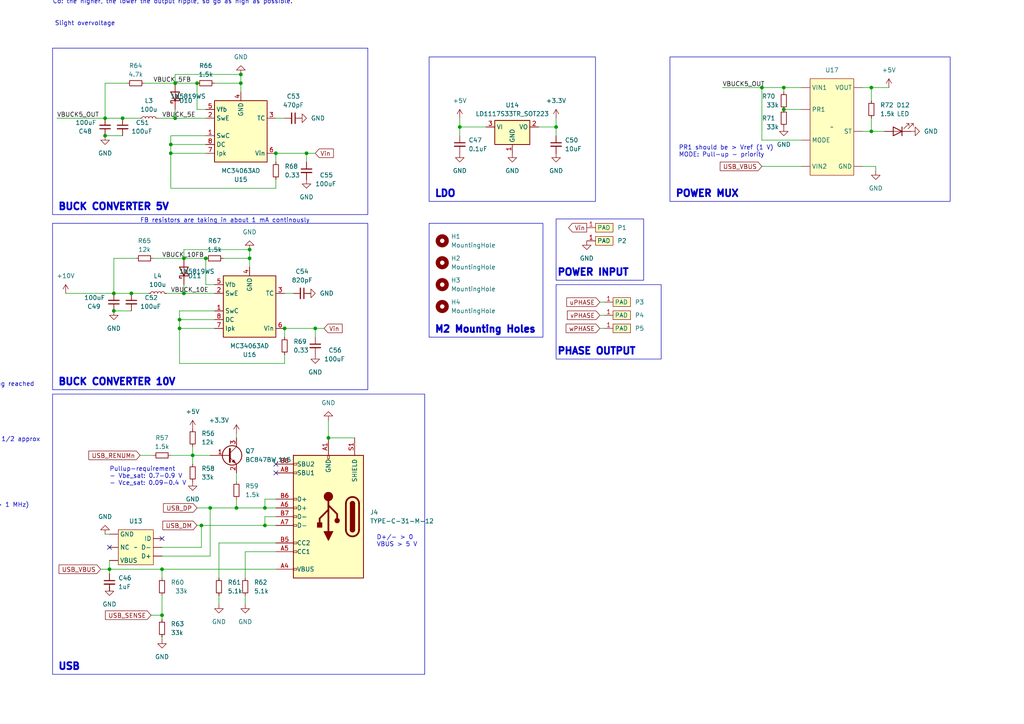
<source format=kicad_sch>
(kicad_sch (version 20230121) (generator eeschema)
  (paper "A4")
  (lib_symbols
    (symbol "Connector:USB_C_Receptacle_USB2.0_16P" (pin_names (offset 1.016))
      (property "Reference" "J" (at 0 22.225 0))
      (property "Value" "USB_C_Receptacle_USB2.0_16P" (at 0 19.685 0))
      (symbol "USB_C_Receptacle_USB2.0_16P_0_0"
        (rectangle (start -0.254 -17.78) (end 0.254 -16.764))
        (rectangle (start 10.16 -14.986) (end 9.144 -15.494))
        (rectangle (start 10.16 -12.446) (end 9.144 -12.954))
        (rectangle (start 10.16 -4.826) (end 9.144 -5.334))
        (rectangle (start 10.16 -2.286) (end 9.144 -2.794))
        (rectangle (start 10.16 0.254) (end 9.144 -0.254))
        (rectangle (start 10.16 2.794) (end 9.144 2.286))
        (rectangle (start 10.16 7.874) (end 9.144 7.366))
        (rectangle (start 10.16 10.414) (end 9.144 9.906))
        (rectangle (start 10.16 15.494) (end 9.144 14.986))
      )
      (symbol "USB_C_Receptacle_USB2.0_16P_0_1"
        (rectangle (start -10.16 17.78) (end 10.16 -17.78) (stroke (width 0.254)) (fill (type background)))
        (arc (start -8.89 -3.81) (mid -6.985 -5.7067) (end -5.08 -3.81) (stroke (width 0.508)))
        (arc (start -7.62 -3.81) (mid -6.985 -4.4423) (end -6.35 -3.81) (stroke (width 0.254)))
        (arc (start -7.62 -3.81) (mid -6.985 -4.4423) (end -6.35 -3.81) (stroke (width 0.254)) (fill (type outline)))
        (rectangle (start -7.62 -3.81) (end -6.35 3.81) (stroke (width 0.254)) (fill (type outline)))
        (arc (start -6.35 3.81) (mid -6.985 4.4423) (end -7.62 3.81) (stroke (width 0.254)))
        (arc (start -6.35 3.81) (mid -6.985 4.4423) (end -7.62 3.81) (stroke (width 0.254)) (fill (type outline)))
        (arc (start -5.08 3.81) (mid -6.985 5.7067) (end -8.89 3.81) (stroke (width 0.508)))
        (circle (center -2.54 1.143) (radius 0.635) (stroke (width 0.254)) (fill (type outline)))
        (circle (center 0 -5.842) (radius 1.27) (fill (type outline)))
        (polyline (pts (xy -8.89 -3.81) (xy -8.89 3.81)) (stroke (width 0.508)))
        (polyline (pts (xy -5.08 3.81) (xy -5.08 -3.81)) (stroke (width 0.508)))
        (polyline (pts (xy 0 -5.842) (xy 0 4.318)) (stroke (width 0.508)))
        (polyline (pts (xy 0 -3.302) (xy -2.54 -0.762) (xy -2.54 0.508)) (stroke (width 0.508)))
        (polyline (pts (xy 0 -2.032) (xy 2.54 0.508) (xy 2.54 1.778)) (stroke (width 0.508)))
        (polyline (pts (xy -1.27 4.318) (xy 0 6.858) (xy 1.27 4.318) (xy -1.27 4.318)) (stroke (width 0.254)) (fill (type outline)))
        (rectangle (start 1.905 1.778) (end 3.175 3.048) (stroke (width 0.254)) (fill (type outline)))
      )
      (symbol "USB_C_Receptacle_USB2.0_16P_1_1"
        (pin passive line (at 0 -22.86 90) (length 5.08) (name "GND") (number "A1"))
        (pin passive line (at 0 -22.86 90) (length 5.08) hide (name "GND") (number "A12"))
        (pin passive line (at 15.24 15.24 180) (length 5.08) (name "VBUS") (number "A4"))
        (pin bidirectional line (at 15.24 10.16 180) (length 5.08) (name "CC1") (number "A5"))
        (pin bidirectional line (at 15.24 -2.54 180) (length 5.08) (name "D+") (number "A6"))
        (pin bidirectional line (at 15.24 2.54 180) (length 5.08) (name "D-") (number "A7"))
        (pin bidirectional line (at 15.24 -12.7 180) (length 5.08) (name "SBU1") (number "A8"))
        (pin passive line (at 15.24 15.24 180) (length 5.08) hide (name "VBUS") (number "A9"))
        (pin passive line (at 0 -22.86 90) (length 5.08) hide (name "GND") (number "B1"))
        (pin passive line (at 0 -22.86 90) (length 5.08) hide (name "GND") (number "B12"))
        (pin passive line (at 15.24 15.24 180) (length 5.08) hide (name "VBUS") (number "B4"))
        (pin bidirectional line (at 15.24 7.62 180) (length 5.08) (name "CC2") (number "B5"))
        (pin bidirectional line (at 15.24 -5.08 180) (length 5.08) (name "D+") (number "B6"))
        (pin bidirectional line (at 15.24 0 180) (length 5.08) (name "D-") (number "B7"))
        (pin bidirectional line (at 15.24 -15.24 180) (length 5.08) (name "SBU2") (number "B8"))
        (pin passive line (at 15.24 15.24 180) (length 5.08) hide (name "VBUS") (number "B9"))
        (pin passive line (at -7.62 -22.86 90) (length 5.08) (name "SHIELD") (number "S1"))
      )
    )
    (symbol "Device:C_Small" (pin_numbers hide) (pin_names (offset 0.254) hide)
      (property "Reference" "C" (at 0.254 1.778 0))
      (property "Value" "C_Small" (at 0.254 -2.032 0))
      (symbol "C_Small_0_1"
        (polyline (pts (xy -1.524 -0.508) (xy 1.524 -0.508)) (stroke (width 0.3302)))
        (polyline (pts (xy -1.524 0.508) (xy 1.524 0.508)) (stroke (width 0.3048)))
      )
      (symbol "C_Small_1_1"
        (pin passive line (at 0 2.54 270) (length 2.032) (name "~") (number "1"))
        (pin passive line (at 0 -2.54 90) (length 2.032) (name "~") (number "2"))
      )
    )
    (symbol "Device:LED" (pin_numbers hide) (pin_names (offset 1.016) hide)
      (property "Reference" "D" (at 0 2.54 0))
      (property "Value" "LED" (at 0 -2.54 0))
      (symbol "LED_0_1"
        (polyline (pts (xy -1.27 -1.27) (xy -1.27 1.27)) (stroke (width 0.254)))
        (polyline (pts (xy -1.27 0) (xy 1.27 0)))
        (polyline (pts (xy 1.27 -1.27) (xy 1.27 1.27) (xy -1.27 0) (xy 1.27 -1.27)) (stroke (width 0.254)))
        (polyline (pts (xy -3.048 -0.762) (xy -4.572 -2.286) (xy -3.81 -2.286) (xy -4.572 -2.286) (xy -4.572 -1.524)))
        (polyline (pts (xy -1.778 -0.762) (xy -3.302 -2.286) (xy -2.54 -2.286) (xy -3.302 -2.286) (xy -3.302 -1.524)))
      )
      (symbol "LED_1_1"
        (pin passive line (at -3.81 0 0) (length 2.54) (name "K") (number "1"))
        (pin passive line (at 3.81 0 180) (length 2.54) (name "A") (number "2"))
      )
    )
    (symbol "Device:L_Small" (pin_numbers hide) (pin_names (offset 0.254) hide)
      (property "Reference" "L" (at 0.762 1.016 0))
      (property "Value" "L_Small" (at 0.762 -1.016 0))
      (symbol "L_Small_0_1"
        (arc (start 0 -2.032) (mid 0.5058 -1.524) (end 0 -1.016))
        (arc (start 0 -1.016) (mid 0.5058 -0.508) (end 0 0))
        (arc (start 0 0) (mid 0.5058 0.508) (end 0 1.016))
        (arc (start 0 1.016) (mid 0.5058 1.524) (end 0 2.032))
      )
      (symbol "L_Small_1_1"
        (pin passive line (at 0 2.54 270) (length 0.508) (name "~") (number "1"))
        (pin passive line (at 0 -2.54 90) (length 0.508) (name "~") (number "2"))
      )
    )
    (symbol "Device:R_Small" (pin_numbers hide) (pin_names (offset 0.254) hide)
      (property "Reference" "R" (at 0.762 0.508 0))
      (property "Value" "R_Small" (at 0.762 -1.016 0))
      (symbol "R_Small_0_1"
        (rectangle (start -0.762 1.778) (end 0.762 -1.778) (stroke (width 0.2032)))
      )
      (symbol "R_Small_1_1"
        (pin passive line (at 0 2.54 270) (length 0.762) (name "~") (number "1"))
        (pin passive line (at 0 -2.54 90) (length 0.762) (name "~") (number "2"))
      )
    )
    (symbol "Diode:1N5819" (pin_numbers hide) (pin_names (offset 1.016) hide)
      (property "Reference" "D" (at 0 2.54 0))
      (property "Value" "1N5819" (at 0 -2.54 0))
      (symbol "1N5819_0_1"
        (polyline (pts (xy 1.27 0) (xy -1.27 0)))
        (polyline (pts (xy 1.27 1.27) (xy 1.27 -1.27) (xy -1.27 0) (xy 1.27 1.27)) (stroke (width 0.254)))
        (polyline (pts (xy -1.905 0.635) (xy -1.905 1.27) (xy -1.27 1.27) (xy -1.27 -1.27) (xy -0.635 -1.27) (xy -0.635 -0.635)) (stroke (width 0.254)))
      )
      (symbol "1N5819_1_1"
        (pin passive line (at -3.81 0 0) (length 2.54) (name "K") (number "1"))
        (pin passive line (at 3.81 0 180) (length 2.54) (name "A") (number "2"))
      )
    )
    (symbol "Mechanical:MountingHole" (pin_names (offset 1.016))
      (property "Reference" "H" (at 0 5.08 0))
      (property "Value" "MountingHole" (at 0 3.175 0))
      (symbol "MountingHole_0_1"
        (circle (center 0 0) (radius 1.27) (stroke (width 1.27)))
      )
    )
    (symbol "Regulator_Linear:LD1117S33TR_SOT223"
      (property "Reference" "U" (at -3.81 3.175 0))
      (property "Value" "LD1117S33TR_SOT223" (at 0 3.175 0))
      (symbol "LD1117S33TR_SOT223_0_1"
        (rectangle (start -5.08 -5.08) (end 5.08 1.905) (stroke (width 0.254)) (fill (type background)))
      )
      (symbol "LD1117S33TR_SOT223_1_1"
        (pin power_in line (at 0 -7.62 90) (length 2.54) (name "GND") (number "1"))
        (pin power_out line (at 7.62 0 180) (length 2.54) (name "VO") (number "2"))
        (pin power_in line (at -7.62 0 0) (length 2.54) (name "VI") (number "3"))
      )
    )
    (symbol "Regulator_Switching:MC34063AD"
      (property "Reference" "U" (at -7.62 8.89 0))
      (property "Value" "MC34063AD" (at 0 8.89 0))
      (symbol "MC34063AD_0_1"
        (rectangle (start -7.62 7.62) (end 7.62 -10.16) (stroke (width 0.254)) (fill (type background)))
      )
      (symbol "MC34063AD_1_1"
        (pin open_collector line (at 10.16 0 180) (length 2.54) (name "SwC") (number "1"))
        (pin open_emitter line (at 10.16 -5.08 180) (length 2.54) (name "SwE") (number "2"))
        (pin passive line (at -10.16 -5.08 0) (length 2.54) (name "TC") (number "3"))
        (pin power_in line (at 0 -12.7 90) (length 2.54) (name "GND") (number "4"))
        (pin input line (at 10.16 -7.62 180) (length 2.54) (name "Vfb") (number "5"))
        (pin power_in line (at -10.16 5.08 0) (length 2.54) (name "Vin") (number "6"))
        (pin input line (at 10.16 5.08 180) (length 2.54) (name "Ipk") (number "7"))
        (pin open_collector line (at 10.16 2.54 180) (length 2.54) (name "DC") (number "8"))
      )
    )
    (symbol "Transistor_BJT:BC847" (pin_names (offset 0) hide)
      (property "Reference" "Q" (at 5.08 1.905 0))
      (property "Value" "BC847" (at 5.08 0 0))
      (symbol "BC847_0_1"
        (polyline (pts (xy 0.635 0.635) (xy 2.54 2.54)))
        (polyline (pts (xy 0.635 -0.635) (xy 2.54 -2.54) (xy 2.54 -2.54)))
        (polyline (pts (xy 0.635 1.905) (xy 0.635 -1.905) (xy 0.635 -1.905)) (stroke (width 0.508)))
        (polyline (pts (xy 1.27 -1.778) (xy 1.778 -1.27) (xy 2.286 -2.286) (xy 1.27 -1.778) (xy 1.27 -1.778)) (fill (type outline)))
        (circle (center 1.27 0) (radius 2.8194) (stroke (width 0.254)))
      )
      (symbol "BC847_1_1"
        (pin input line (at -5.08 0 0) (length 5.715) (name "B") (number "1"))
        (pin passive line (at 2.54 -5.08 90) (length 2.54) (name "E") (number "2"))
        (pin passive line (at 2.54 5.08 270) (length 2.54) (name "C") (number "3"))
      )
    )
    (symbol "bldc:TPD4S012DRYR"
      (property "Reference" "U" (at -2.54 6.35 0))
      (symbol "TPD4S012DRYR_1_1"
        (rectangle (start -5.08 5.08) (end 5.08 -5.08) (fill (type background)))
        (pin input line (at -7.62 2.54 0) (length 2.54) (name "D+") (number ""))
        (pin input line (at -7.62 0 0) (length 2.54) (name "D-") (number ""))
        (pin input line (at 7.62 -3.81 180) (length 2.54) (name "GND") (number ""))
        (pin input line (at -7.62 -2.54 0) (length 2.54) (name "ID") (number ""))
        (pin input line (at 7.62 0 180) (length 2.54) (name "NC") (number ""))
        (pin input line (at 7.62 3.81 180) (length 2.54) (name "VBUS") (number ""))
      )
    )
    (symbol "bldc:TPS2116"
      (property "Reference" "U" (at 0 0 0))
      (symbol "TPS2116_1_1"
        (rectangle (start -6.35 13.97) (end 6.35 -13.97) (fill (type background)))
        (pin input line (at 8.89 -11.43 180) (length 2.54) (name "GND") (number ""))
        (pin input line (at -8.89 -3.81 0) (length 2.54) (name "MODE") (number ""))
        (pin input line (at -8.89 5.08 0) (length 2.54) (name "PR1") (number ""))
        (pin output line (at 8.89 -1.27 180) (length 2.54) (name "ST") (number ""))
        (pin input line (at -8.89 11.43 0) (length 2.54) (name "VIN1") (number ""))
        (pin input line (at -8.89 -11.43 0) (length 2.54) (name "VIN2") (number ""))
        (pin output line (at 8.89 11.43 180) (length 2.54) (name "VOUT") (number ""))
      )
    )
    (symbol "bldc:pad"
      (property "Reference" "P" (at -2.54 2.54 0))
      (symbol "pad_1_1"
        (rectangle (start -2.54 1.27) (end 2.54 -1.27) (fill (type background)))
        (pin input line (at -5.08 0 0) (length 2.54) (name "PAD") (number "1"))
      )
    )
    (symbol "power:+10V" (power) (pin_names (offset 0))
      (property "Value" "+10V" (at 0 3.556 0))
      (symbol "+10V_0_1"
        (polyline (pts (xy -0.762 1.27) (xy 0 2.54)))
        (polyline (pts (xy 0 0) (xy 0 2.54)))
        (polyline (pts (xy 0 2.54) (xy 0.762 1.27)))
      )
      (symbol "+10V_1_1"
        (pin power_in line (at 0 0 90) (length 0) hide (name "+10V") (number "1"))
      )
    )
    (symbol "power:+3.3V" (power) (pin_names (offset 0))
      (property "Value" "+3.3V" (at 0 3.556 0))
      (symbol "+3.3V_0_1"
        (polyline (pts (xy -0.762 1.27) (xy 0 2.54)))
        (polyline (pts (xy 0 0) (xy 0 2.54)))
        (polyline (pts (xy 0 2.54) (xy 0.762 1.27)))
      )
      (symbol "+3.3V_1_1"
        (pin power_in line (at 0 0 90) (length 0) hide (name "+3.3V") (number "1"))
      )
    )
    (symbol "power:+5V" (power) (pin_names (offset 0))
      (property "Value" "+5V" (at 0 3.556 0))
      (symbol "+5V_0_1"
        (polyline (pts (xy -0.762 1.27) (xy 0 2.54)))
        (polyline (pts (xy 0 0) (xy 0 2.54)))
        (polyline (pts (xy 0 2.54) (xy 0.762 1.27)))
      )
      (symbol "+5V_1_1"
        (pin power_in line (at 0 0 90) (length 0) hide (name "+5V") (number "1"))
      )
    )
    (symbol "power:GND" (power) (pin_names (offset 0))
      (property "Value" "GND" (at 0 -3.81 0))
      (symbol "GND_0_1"
        (polyline (pts (xy 0 0) (xy 0 -1.27) (xy 1.27 -1.27) (xy 0 -2.54) (xy -1.27 -1.27) (xy 0 -1.27)))
      )
      (symbol "GND_1_1"
        (pin power_in line (at 0 0 270) (length 0) hide (name "GND") (number "1"))
      )
    )
  )
  (junction (at 161.29 36.83))
  (junction (at 227.33 25.4))
  (junction (at 88.9 44.45))
  (junction (at 38.1 85.09))
  (junction (at 80.01 44.45))
  (junction (at 35.56 34.29))
  (junction (at 46.99 178.435))
  (junction (at 49.53 44.45))
  (junction (at 58.42 152.4))
  (junction (at 49.53 41.91))
  (junction (at 52.07 92.71))
  (junction (at 220.98 25.4))
  (junction (at 252.73 38.1))
  (junction (at 55.88 132.08))
  (junction (at 82.55 95.25))
  (junction (at 72.39 72.39))
  (junction (at 72.39 74.93))
  (junction (at 95.25 127))
  (junction (at 46.99 165.1))
  (junction (at 59.69 74.93))
  (junction (at 52.07 95.25))
  (junction (at 252.73 25.4))
  (junction (at 68.58 147.32))
  (junction (at 76.835 152.4))
  (junction (at 53.34 74.93))
  (junction (at 33.02 90.17))
  (junction (at 50.8 24.13))
  (junction (at 60.96 147.32))
  (junction (at 133.35 36.83))
  (junction (at 69.85 24.13))
  (junction (at 31.75 165.1))
  (junction (at 30.48 34.29))
  (junction (at 76.835 147.32))
  (junction (at 227.33 31.75))
  (junction (at 30.48 39.37))
  (junction (at 50.8 34.29))
  (junction (at 69.85 21.59))
  (junction (at 33.02 85.09))
  (junction (at 91.44 95.25))
  (junction (at 53.34 85.09))
  (junction (at 57.15 24.13))
  (no_connect (at 31.75 158.75))
  (no_connect (at 80.01 137.16))
  (no_connect (at 46.99 156.21))
  (no_connect (at 80.01 134.62))
  (wire (pts (xy 140.97 36.83) (xy 133.35 36.83)))
  (wire (pts (xy 80.01 44.45) (xy 80.01 46.99)))
  (wire (pts (xy 173.99 91.44) (xy 175.26 91.44)))
  (wire (pts (xy 53.34 82.55) (xy 53.34 85.09)))
  (wire (pts (xy 58.42 152.4) (xy 76.835 152.4)))
  (wire (pts (xy 55.88 129.54) (xy 55.88 132.08)))
  (wire (pts (xy 88.9 46.99) (xy 88.9 44.45)))
  (wire (pts (xy 68.58 147.32) (xy 76.835 147.32)))
  (wire (pts (xy 82.55 85.09) (xy 85.09 85.09)))
  (wire (pts (xy 63.5 157.48) (xy 63.5 167.64)))
  (wire (pts (xy 252.73 25.4) (xy 257.81 25.4)))
  (wire (pts (xy 52.07 95.25) (xy 62.23 95.25)))
  (wire (pts (xy 90.17 85.09) (xy 88.9 85.09)))
  (wire (pts (xy 50.8 34.29) (xy 59.69 34.29)))
  (wire (pts (xy 64.77 74.93) (xy 72.39 74.93)))
  (wire (pts (xy 39.37 74.93) (xy 33.02 74.93)))
  (wire (pts (xy 91.44 44.45) (xy 88.9 44.45)))
  (wire (pts (xy 52.07 95.25) (xy 52.07 92.71)))
  (wire (pts (xy 31.75 171.45) (xy 31.75 170.18)))
  (wire (pts (xy 52.07 92.71) (xy 52.07 90.17)))
  (wire (pts (xy 49.53 44.45) (xy 49.53 41.91)))
  (wire (pts (xy 30.48 24.13) (xy 30.48 34.29)))
  (wire (pts (xy 232.41 40.64) (xy 220.98 40.64)))
  (wire (pts (xy 69.85 24.13) (xy 69.85 26.67)))
  (wire (pts (xy 173.99 95.25) (xy 175.26 95.25)))
  (wire (pts (xy 49.53 39.37) (xy 59.69 39.37)))
  (wire (pts (xy 252.73 25.4) (xy 252.73 29.21)))
  (wire (pts (xy 19.05 85.09) (xy 33.02 85.09)))
  (wire (pts (xy 49.53 41.91) (xy 59.69 41.91)))
  (wire (pts (xy 57.15 147.32) (xy 60.96 147.32)))
  (wire (pts (xy 60.96 147.32) (xy 68.58 147.32)))
  (wire (pts (xy 55.88 132.08) (xy 55.88 134.62)))
  (wire (pts (xy 46.99 179.705) (xy 46.99 178.435)))
  (wire (pts (xy 80.01 165.1) (xy 46.99 165.1)))
  (wire (pts (xy 43.815 178.435) (xy 46.99 178.435)))
  (wire (pts (xy 52.07 92.71) (xy 62.23 92.71)))
  (wire (pts (xy 95.25 121.92) (xy 95.25 127)))
  (wire (pts (xy 49.53 132.08) (xy 55.88 132.08)))
  (wire (pts (xy 52.07 105.41) (xy 52.07 95.25)))
  (wire (pts (xy 71.12 160.02) (xy 80.01 160.02)))
  (wire (pts (xy 57.15 24.13) (xy 57.15 31.75)))
  (wire (pts (xy 52.07 90.17) (xy 62.23 90.17)))
  (wire (pts (xy 252.73 38.1) (xy 256.54 38.1)))
  (wire (pts (xy 30.48 39.37) (xy 35.56 39.37)))
  (wire (pts (xy 40.64 132.08) (xy 44.45 132.08)))
  (wire (pts (xy 49.53 41.91) (xy 49.53 39.37)))
  (wire (pts (xy 71.12 160.02) (xy 71.12 167.64)))
  (wire (pts (xy 16.51 34.29) (xy 30.48 34.29)))
  (wire (pts (xy 220.98 40.64) (xy 220.98 25.4)))
  (wire (pts (xy 49.53 44.45) (xy 59.69 44.45)))
  (wire (pts (xy 133.35 36.83) (xy 133.35 39.37)))
  (wire (pts (xy 62.23 82.55) (xy 59.69 82.55)))
  (wire (pts (xy 80.01 157.48) (xy 63.5 157.48)))
  (wire (pts (xy 50.8 21.59) (xy 69.85 21.59)))
  (wire (pts (xy 252.73 38.1) (xy 250.19 38.1)))
  (wire (pts (xy 30.48 34.29) (xy 35.56 34.29)))
  (wire (pts (xy 33.02 85.09) (xy 38.1 85.09)))
  (wire (pts (xy 82.55 95.25) (xy 82.55 97.79)))
  (wire (pts (xy 45.72 34.29) (xy 50.8 34.29)))
  (wire (pts (xy 36.83 24.13) (xy 30.48 24.13)))
  (wire (pts (xy 46.99 172.72) (xy 46.99 178.435)))
  (wire (pts (xy 31.75 165.1) (xy 46.99 165.1)))
  (wire (pts (xy 93.98 95.25) (xy 91.44 95.25)))
  (wire (pts (xy 82.55 95.25) (xy 91.44 95.25)))
  (wire (pts (xy 59.69 74.93) (xy 59.69 82.55)))
  (wire (pts (xy 95.25 127) (xy 102.87 127)))
  (wire (pts (xy 46.99 185.42) (xy 46.99 184.785)))
  (wire (pts (xy 227.33 25.4) (xy 227.33 26.67)))
  (wire (pts (xy 68.58 137.16) (xy 68.58 139.7)))
  (wire (pts (xy 76.835 144.78) (xy 76.835 147.32)))
  (wire (pts (xy 35.56 34.29) (xy 40.64 34.29)))
  (wire (pts (xy 33.02 74.93) (xy 33.02 85.09)))
  (wire (pts (xy 41.91 24.13) (xy 50.8 24.13)))
  (wire (pts (xy 58.42 158.75) (xy 58.42 152.4)))
  (wire (pts (xy 33.02 90.17) (xy 38.1 90.17)))
  (wire (pts (xy 250.19 48.26) (xy 254 48.26)))
  (wire (pts (xy 227.33 31.75) (xy 232.41 31.75)))
  (wire (pts (xy 52.07 105.41) (xy 82.55 105.41)))
  (wire (pts (xy 50.8 24.13) (xy 57.15 24.13)))
  (wire (pts (xy 50.8 31.75) (xy 50.8 34.29)))
  (wire (pts (xy 161.29 36.83) (xy 161.29 39.37)))
  (wire (pts (xy 49.53 54.61) (xy 80.01 54.61)))
  (wire (pts (xy 71.12 172.72) (xy 71.12 175.26)))
  (wire (pts (xy 133.35 34.29) (xy 133.35 36.83)))
  (wire (pts (xy 46.99 158.75) (xy 58.42 158.75)))
  (wire (pts (xy 60.96 161.29) (xy 60.96 147.32)))
  (wire (pts (xy 59.69 31.75) (xy 57.15 31.75)))
  (wire (pts (xy 38.1 85.09) (xy 43.18 85.09)))
  (wire (pts (xy 53.34 74.93) (xy 59.69 74.93)))
  (wire (pts (xy 57.15 152.4) (xy 58.42 152.4)))
  (wire (pts (xy 91.44 97.79) (xy 91.44 95.25)))
  (wire (pts (xy 63.5 172.72) (xy 63.5 175.26)))
  (wire (pts (xy 173.99 87.63) (xy 175.26 87.63)))
  (wire (pts (xy 48.26 85.09) (xy 53.34 85.09)))
  (wire (pts (xy 252.73 34.29) (xy 252.73 38.1)))
  (wire (pts (xy 69.85 21.59) (xy 69.85 24.13)))
  (wire (pts (xy 87.63 34.29) (xy 86.36 34.29)))
  (wire (pts (xy 76.835 152.4) (xy 80.01 152.4)))
  (wire (pts (xy 62.23 24.13) (xy 69.85 24.13)))
  (wire (pts (xy 68.58 125.73) (xy 68.58 127)))
  (wire (pts (xy 82.55 102.87) (xy 82.55 105.41)))
  (wire (pts (xy 46.99 165.1) (xy 46.99 167.64)))
  (wire (pts (xy 31.75 162.56) (xy 31.75 165.1)))
  (wire (pts (xy 80.01 44.45) (xy 88.9 44.45)))
  (wire (pts (xy 209.55 25.4) (xy 220.98 25.4)))
  (wire (pts (xy 227.33 25.4) (xy 232.41 25.4)))
  (wire (pts (xy 161.29 34.29) (xy 161.29 36.83)))
  (wire (pts (xy 49.53 54.61) (xy 49.53 44.45)))
  (wire (pts (xy 76.835 147.32) (xy 80.01 147.32)))
  (wire (pts (xy 50.8 24.13) (xy 50.8 21.59)))
  (wire (pts (xy 53.34 85.09) (xy 62.23 85.09)))
  (wire (pts (xy 76.835 149.86) (xy 76.835 152.4)))
  (wire (pts (xy 31.75 166.37) (xy 31.75 165.1)))
  (wire (pts (xy 250.19 25.4) (xy 252.73 25.4)))
  (wire (pts (xy 156.21 36.83) (xy 161.29 36.83)))
  (wire (pts (xy 80.01 149.86) (xy 76.835 149.86)))
  (wire (pts (xy 29.21 165.1) (xy 31.75 165.1)))
  (wire (pts (xy 72.39 72.39) (xy 72.39 74.93)))
  (wire (pts (xy 220.98 25.4) (xy 227.33 25.4)))
  (wire (pts (xy 220.98 48.26) (xy 232.41 48.26)))
  (wire (pts (xy 53.34 72.39) (xy 72.39 72.39)))
  (wire (pts (xy 31.75 154.94) (xy 30.48 154.94)))
  (wire (pts (xy 53.34 74.93) (xy 53.34 72.39)))
  (wire (pts (xy 80.01 34.29) (xy 82.55 34.29)))
  (wire (pts (xy 80.01 144.78) (xy 76.835 144.78)))
  (wire (pts (xy 254 48.26) (xy 254 49.53)))
  (wire (pts (xy 46.99 161.29) (xy 60.96 161.29)))
  (wire (pts (xy 44.45 74.93) (xy 53.34 74.93)))
  (wire (pts (xy 55.88 132.08) (xy 60.96 132.08)))
  (wire (pts (xy 72.39 74.93) (xy 72.39 77.47)))
  (wire (pts (xy 80.01 52.07) (xy 80.01 54.61)))
  (wire (pts (xy 68.58 147.32) (xy 68.58 144.78)))
  (rectangle (start 124.46 16.51) (end 172.72 58.42))
  (rectangle (start 15.24 13.97) (end 106.68 62.23))
  (rectangle (start 15.24 64.77) (end 106.68 113.03))
  (rectangle (start 15.24 114.3) (end 123.19 195.58))
  (rectangle (start 124.46 64.77) (end 157.48 97.79))
  (rectangle (start 194.31 16.51) (end 275.59 58.42))
  (rectangle (start 161.29 82.55) (end 191.77 104.14))
  (rectangle (start 161.29 63.5) (end 186.69 81.28))
  (text_box "POWER INPUT" (at 160.02 76.2 0) (size 25.4 5.08) (stroke (width -0.0001)) (effects (font (size 2 2) (thickness 2) bold) (justify left top)))
  (text_box "USB\n" (at 15.24 190.5 0) (size 10.16 5.08) (stroke (width -0.0001)) (effects (font (size 2 2) (thickness 2) bold) (justify left top)))
  (text_box "PHASE OUTPUT" (at 160.02 99.06 0) (size 29.21 5.08) (stroke (width -0.0001)) (effects (font (size 2 2) (thickness 2) bold) (justify left top)))
  (text_box "LDO" (at 124.46 53.34 0) (size 43.18 5.08) (stroke (width -0.0001)) (effects (font (size 2 2) (thickness 2) bold) (justify left top)))
  (text_box "POWER MUX\n" (at 194.31 53.34 0) (size 43.18 5.08) (stroke (width -0.0001)) (effects (font (size 2 2) (thickness 2) bold) (justify left top)))
  (text_box "BUCK CONVERTER 5V" (at 15.24 57.15 0) (size 43.18 5.08) (stroke (width -0.0001)) (effects (font (size 2 2) (thickness 2) bold) (justify left top)))
  (text_box "BUCK CONVERTER 10V" (at 15.24 107.95 0) (size 43.18 5.08) (stroke (width -0.0001)) (effects (font (size 2 2) (thickness 2) bold) (justify left top)))
  (text_box "M2 Mounting Holes" (at 124.46 92.71 0) (size 34.29 5.08) (stroke (width -0.0001)) (effects (font (size 2 2) (thickness 2) bold) (justify left top)))
  (text "PR1 should be > Vref (1 V)\nMODE: Pull-up - priority" (at 196.85 45.72 0) (effects (font (size 1.27 1.27)) (justify left bottom)))
  (text "WARNING: \n-> simulation showed pull-up voltage not being reached\n-> be sure to compare the footprint" (at -46.99 114.3 0) (effects (font (size 1.27 1.27)) (justify left bottom)))
  (text "Pullup-requirement\n- Vbe_sat: 0.7-0.9 V\n- Vce_sat: 0.09-0.4 V" (at 31.75 140.97 0) (effects (font (size 1.27 1.27)) (justify left bottom)))
  (text "D+/- > 0\nVBUS > 5 V" (at 109.22 158.75 0) (effects (font (size 1.27 1.27)) (justify left bottom)))
  (text "Vbus sensing: .5Vdd+.2=approx 2V. So resistive bridge should be 1/2 approx" (at -64.77 128.27 0) (effects (font (size 1.27 1.27)) (justify left bottom)))
  (text "Add 1 uF capacitor for filtering (pole: 1/(1e-6) > 1 MHz)" (at -49.53 147.32 0) (effects (font (size 1.27 1.27)) (justify left bottom)))
  (text "FB resistors are taking in about 1 mA continously" (at 40.64 64.77 0) (effects (font (size 1.27 1.27)) (justify left bottom)))
  (text "Input cap: CMIN\n=(Iout.DC.(1-DC).1000)/(fsw.Vp(max))\n=0.25*0.463*(1-0.463)*1000/(12*0.1)\n= 51.798125 uF" (at 15.24 -8.89 0) (effects (font (size 1.27 1.27)) (justify left bottom)))
  (text "Slight overvoltage" (at 15.875 7.62 0) (effects (font (size 1.27 1.27)) (justify left bottom)))
  (text "Ct: determines ton (ramp-up)\nL: ramp-down time of the inductor current to 0 -> determines off-time.\nCo: the higher, the lower the output ripple, so go as high as possible." (at 15.24 1.27 0) (effects (font (size 1.27 1.27)) (justify left bottom)))
  (label "VBUCK_10FB" (at 46.99 74.93 0))
  (label "VBUCK5_OUT" (at 209.55 25.4 0))
  (label "VBUCK5_OUT" (at 16.51 34.29 0))
  (label "VBUCK_5FB" (at 44.45 24.13 0))
  (label "VBUCK_5E" (at 46.99 34.29 0))
  (label "VBUCK_10E" (at 49.53 85.09 0))
  (global_label "vPHASE" (shape input) (at 173.99 91.44 180) (property "Intersheetrefs" "${INTERSHEET_REFS}" (effects hide)))
  (global_label "Vin" (shape input) (at 91.44 44.45 0) (property "Intersheetrefs" "${INTERSHEET_REFS}" (effects hide)))
  (global_label "USB_RENUMn" (shape input) (at 40.64 132.08 180) (property "Intersheetrefs" "${INTERSHEET_REFS}" (effects hide)))
  (global_label "USB_DM" (shape input) (at 57.15 152.4 180) (property "Intersheetrefs" "${INTERSHEET_REFS}" (effects hide)))
  (global_label "USB_VBUS" (shape input) (at 220.98 48.26 180) (property "Intersheetrefs" "${INTERSHEET_REFS}" (effects hide)))
  (global_label "wPHASE" (shape input) (at 173.99 95.25 180) (property "Intersheetrefs" "${INTERSHEET_REFS}" (effects hide)))
  (global_label "Vin" (shape output) (at 170.18 66.04 180) (property "Intersheetrefs" "${INTERSHEET_REFS}" (effects hide)))
  (global_label "USB_DP" (shape input) (at 57.15 147.32 180) (property "Intersheetrefs" "${INTERSHEET_REFS}" (effects hide)))
  (global_label "USB_VBUS" (shape input) (at 29.21 165.1 180) (property "Intersheetrefs" "${INTERSHEET_REFS}" (effects hide)))
  (global_label "USB_SENSE" (shape input) (at 43.815 178.435 180) (property "Intersheetrefs" "${INTERSHEET_REFS}" (effects hide)))
  (global_label "Vin" (shape input) (at 93.98 95.25 0) (property "Intersheetrefs" "${INTERSHEET_REFS}" (effects hide)))
  (global_label "uPHASE" (shape input) (at 173.99 87.63 180) (property "Intersheetrefs" "${INTERSHEET_REFS}" (effects hide)))
  (symbol (lib_id "power:GND") (at 30.48 154.94 180) (unit 1)
    (property "Reference" "#PWR069" (effects hide))
    (property "Value" "GND" (at 30.48 149.86 0))
  )
  (symbol (lib_id "power:GND") (at 86.36 34.29 90) (unit 1)
    (property "Reference" "#PWR085" (effects hide))
    (property "Value" "GND" (at 90.17 34.29 90) (effects (justify right)))
  )
  (symbol (lib_id "Device:R_Small") (at 46.99 170.18 0) (unit 1)
    (property "Reference" "R60" (at 49.53 168.91 0) (effects (justify left)))
    (property "Value" "33k" (at 50.8 171.45 0) (effects (justify left)))
    (property "Footprint" "Resistor_SMD:R_0603_1608Metric" (effects hide))
    (property "Datasheet" "https://wmsc.lcsc.com/wmsc/upload/file/pdf/v2/lcsc/2206010230_UNI-ROYAL-Uniroyal-Elec-0603WAF3302T5E_C4216.pdf" (effects hide))
    (property "jlcpcb" "C4216" (effects hide))
  )
  (symbol (lib_id "power:GND") (at 91.44 102.87 0) (unit 1)
    (property "Reference" "#PWR088" (effects hide))
    (property "Value" "GND" (at 91.44 107.95 0))
  )
  (symbol (lib_id "Mechanical:MountingHole") (at 128.27 82.55 0) (unit 1)
    (property "Reference" "H3" (at 130.81 81.28 0) (effects (justify left)))
    (property "Value" "MountingHole" (at 130.81 83.82 0) (effects (justify left)))
    (property "Footprint" "MountingHole:MountingHole_2.1mm" (effects hide))
  )
  (symbol (lib_id "Device:R_Small") (at 68.58 142.24 180) (unit 1)
    (property "Reference" "R59" (at 71.12 140.97 0) (effects (justify right)))
    (property "Value" "1.5k" (at 71.12 143.51 0) (effects (justify right)))
    (property "Footprint" "Resistor_SMD:R_0805_2012Metric" (effects hide))
    (property "Datasheet" "https://wmsc.lcsc.com/wmsc/upload/file/pdf/v2/lcsc/2206010216_UNI-ROYAL-Uniroyal-Elec-0805W8F1501T5E_C4310.pdf" (effects hide))
    (property "jlcpcb" "C4310" (effects hide))
  )
  (symbol (lib_id "Device:C_Small") (at 38.1 87.63 0) (unit 1)
    (property "Reference" "C52" (at 41.91 86.36 0) (effects (justify left)))
    (property "Value" "100uF" (at 40.64 88.9 0) (effects (justify left)))
    (property "Footprint" "Capacitor_SMD:C_1210_3225Metric" (effects hide))
    (property "Datasheet" "https://wmsc.lcsc.com/wmsc/upload/file/pdf/v2/lcsc/2304140030_Hunan-Xiangyee-in-S-T-CA55-B6R3M107T_C568913.pdf" (effects hide))
    (property "MFR.Part" "CA55-B6R3M107T" (effects hide))
    (property "jlcpcb" "C568913" (effects hide))
  )
  (symbol (lib_id "Mechanical:MountingHole") (at 128.27 76.2 0) (unit 1)
    (property "Reference" "H2" (at 130.81 74.93 0) (effects (justify left)))
    (property "Value" "MountingHole" (at 130.81 77.47 0) (effects (justify left)))
    (property "Footprint" "MountingHole:MountingHole_2.1mm" (effects hide))
  )
  (symbol (lib_id "Device:C_Small") (at 91.44 100.33 0) (unit 1)
    (property "Reference" "C56" (at 95.25 101.6 0) (effects (justify left)))
    (property "Value" "100uF" (at 93.98 104.14 0) (effects (justify left)))
    (property "Footprint" "Capacitor_SMD:C_1210_3225Metric" (effects hide))
    (property "Datasheet" "https://wmsc.lcsc.com/wmsc/upload/file/pdf/v2/lcsc/2304140030_Hunan-Xiangyee-in-S-T-CA55-B6R3M107T_C568913.pdf" (effects hide))
    (property "MFR.Part" "CA55-B6R3M107T" (effects hide))
    (property "jlcpcb" "C568913" (effects hide))
  )
  (symbol (lib_id "Device:R_Small") (at 39.37 24.13 270) (unit 1)
    (property "Reference" "R64" (at 39.37 19.05 90))
    (property "Value" "4.7k" (at 39.37 21.59 90))
    (property "Footprint" "Resistor_SMD:R_0805_2012Metric" (effects hide))
    (property "Datasheet" "https://wmsc.lcsc.com/wmsc/upload/file/pdf/v2/lcsc/2206010200_UNI-ROYAL-Uniroyal-Elec-0805W8F4701T5E_C17673.pdf" (effects hide))
    (property "jlcpcb" "C17673" (effects hide))
    (property "MFR.Part" "0805W8F4701T5E" (effects hide))
  )
  (symbol (lib_id "Device:R_Small") (at 227.33 29.21 0) (unit 1)
    (property "Reference" "R70" (at 220.98 27.94 0) (effects (justify left)))
    (property "Value" "33k" (at 222.25 30.48 0) (effects (justify left)))
    (property "Footprint" "Resistor_SMD:R_0603_1608Metric" (effects hide))
    (property "Datasheet" "https://wmsc.lcsc.com/wmsc/upload/file/pdf/v2/lcsc/2206010230_UNI-ROYAL-Uniroyal-Elec-0603WAF3302T5E_C4216.pdf" (effects hide))
    (property "jlcpcb" "C4216" (effects hide))
  )
  (symbol (lib_id "Diode:1N5819") (at 53.34 78.74 90) (unit 1)
    (property "Reference" "D11" (at 58.42 80.01 90) (effects (justify left)))
    (property "Value" "1N5819WS" (at 62.23 78.74 90) (effects (justify left)))
    (property "Footprint" "Diode_SMD:D_SOD-323" (effects hide))
    (property "Datasheet" "https://wmsc.lcsc.com/wmsc/upload/file/pdf/v2/lcsc/2204281430_Guangdong-Hottech-1N5819WS_C191023.pdf" (effects hide))
    (property "MFR.Part" "1N5819WS" (effects hide))
    (property "jlcpcb" "C191023" (effects hide))
  )
  (symbol (lib_id "Device:R_Small") (at 82.55 100.33 0) (unit 1)
    (property "Reference" "R69" (at 85.09 99.06 0) (effects (justify left)))
    (property "Value" "0.33" (at 85.09 101.6 0) (effects (justify left)))
    (property "Footprint" "Resistor_SMD:R_2512_6332Metric" (effects hide))
    (property "Datasheet" "https://wmsc.lcsc.com/wmsc/upload/file/pdf/v2/lcsc/2205311845_UNI-ROYAL-Uniroyal-Elec-25121WF330LT4E_C25468.pdf" (effects hide))
    (property "jlcpcb" "C25468" (effects hide))
    (property "MFR.Part" "25121WF330LT4E" (effects hide))
  )
  (symbol (lib_id "power:GND") (at 227.33 36.83 0) (unit 1)
    (property "Reference" "#PWR084" (effects hide))
    (property "Value" "GND" (at 227.33 41.91 0))
  )
  (symbol (lib_id "Device:R_Small") (at 63.5 170.18 180) (unit 1)
    (property "Reference" "R61" (at 66.04 168.91 0) (effects (justify right)))
    (property "Value" "5.1k" (at 66.04 171.45 0) (effects (justify right)))
    (property "Footprint" "Resistor_SMD:R_0805_2012Metric" (effects hide))
    (property "Datasheet" "https://wmsc.lcsc.com/wmsc/upload/file/pdf/v2/lcsc/2206010030_UNI-ROYAL-Uniroyal-Elec-0805W8F5101T5E_C27834.pdf" (effects hide))
    (property "MFR.Part" "0805W8F5101T5E" (effects hide))
    (property "jlcpcb" "C27834" (effects hide))
  )
  (symbol (lib_id "power:+5V") (at 257.81 25.4 0) (unit 1)
    (property "Reference" "#PWR090" (effects hide))
    (property "Value" "+5V" (at 257.81 20.32 0))
  )
  (symbol (lib_id "Diode:1N5819") (at 50.8 27.94 90) (unit 1)
    (property "Reference" "D10" (at 55.88 29.21 90) (effects (justify left)))
    (property "Value" "1N5819WS" (at 59.69 27.94 90) (effects (justify left)))
    (property "Footprint" "Diode_SMD:D_SOD-323" (effects hide))
    (property "Datasheet" "https://wmsc.lcsc.com/wmsc/upload/file/pdf/v2/lcsc/2204281430_Guangdong-Hottech-1N5819WS_C191023.pdf" (effects hide))
    (property "MFR.Part" "1N5819WS" (effects hide))
    (property "jlcpcb" "C191023" (effects hide))
  )
  (symbol (lib_id "Regulator_Linear:LD1117S33TR_SOT223") (at 148.59 36.83 0) (unit 1)
    (property "Reference" "U14" (at 148.59 30.48 0))
    (property "Value" "LD1117S33TR_SOT223" (at 148.59 33.02 0))
    (property "Footprint" "Package_TO_SOT_SMD:SOT-223-3_TabPin2" (effects hide))
    (property "Datasheet" "http://www.st.com/st-web-ui/static/active/en/resource/technical/document/datasheet/CD00000544.pdf" (effects hide))
  )
  (symbol (lib_id "Transistor_BJT:BC847") (at 66.04 132.08 0) (unit 1)
    (property "Reference" "Q7" (at 71.12 130.81 0) (effects (justify left)))
    (property "Value" "BC847BW,115" (at 71.12 133.35 0) (effects (justify left)))
    (property "Footprint" "Package_TO_SOT_SMD:SOT-323_SC-70" (effects hide))
    (property "Datasheet" "https://wmsc.lcsc.com/wmsc/upload/file/pdf/v2/lcsc/2304140030_Nexperia-BC847BW-115_C8659.pdf" (effects hide))
    (property "jlcpcb" "C8659" (effects hide))
    (property "MFR.Part" "BC847BW,115" (effects hide))
  )
  (symbol (lib_id "Device:R_Small") (at 252.73 31.75 180) (unit 1)
    (property "Reference" "R72" (at 255.27 30.48 0) (effects (justify right)))
    (property "Value" "1.5k" (at 255.27 33.02 0) (effects (justify right)))
    (property "Footprint" "Resistor_SMD:R_0805_2012Metric" (effects hide))
    (property "Datasheet" "https://wmsc.lcsc.com/wmsc/upload/file/pdf/v2/lcsc/2206010216_UNI-ROYAL-Uniroyal-Elec-0805W8F1501T5E_C4310.pdf" (effects hide))
    (property "jlcpcb" "C4310" (effects hide))
  )
  (symbol (lib_id "Device:C_Small") (at 30.48 36.83 180) (unit 1)
    (property "Reference" "C48" (at 26.67 38.1 0) (effects (justify left)))
    (property "Value" "100uF" (at 27.94 35.56 0) (effects (justify left)))
    (property "Footprint" "Capacitor_SMD:C_1210_3225Metric" (effects hide))
    (property "Datasheet" "https://wmsc.lcsc.com/wmsc/upload/file/pdf/v2/lcsc/2304140030_Hunan-Xiangyee-in-S-T-CA55-B6R3M107T_C568913.pdf" (effects hide))
    (property "MFR.Part" "CA55-B6R3M107T" (effects hide))
    (property "jlcpcb" "C568913" (effects hide))
  )
  (symbol (lib_id "power:GND") (at 88.9 52.07 0) (unit 1)
    (property "Reference" "#PWR086" (effects hide))
    (property "Value" "GND" (at 88.9 57.15 0))
  )
  (symbol (lib_id "power:GND") (at 88.9 85.09 90) (unit 1)
    (property "Reference" "#PWR087" (effects hide))
    (property "Value" "GND" (at 92.71 85.09 90) (effects (justify right)))
  )
  (symbol (lib_id "power:GND") (at 46.99 185.42 0) (unit 1)
    (property "Reference" "#PWR073" (effects hide))
    (property "Value" "GND" (at 46.99 190.5 0))
  )
  (symbol (lib_id "power:+5V") (at 133.35 34.29 0) (unit 1)
    (property "Reference" "#PWR064" (effects hide))
    (property "Value" "+5V" (at 133.35 29.21 0))
  )
  (symbol (lib_id "Device:L_Small") (at 45.72 85.09 90) (unit 1)
    (property "Reference" "L4" (at 45.72 80.01 90))
    (property "Value" "100u" (at 45.72 82.55 90))
    (property "Footprint" "Inductor_SMD:L_1210_3225Metric" (effects hide))
    (property "Datasheet" "https://wmsc.lcsc.com/wmsc/upload/file/pdf/v2/lcsc/2208231730_SHOU-HAN-CY105-100uH_C5140330.pdf" (effects hide))
  )
  (symbol (lib_id "bldc:TPD4S012DRYR") (at 39.37 158.75 180) (unit 1)
    (property "Reference" "U13" (at 39.37 151.13 0))
    (property "Value" "~" (at 39.37 158.75 0))
    (property "Footprint" "bldc:TI_USB-ESD_TPD4S012" (effects hide))
    (property "Datasheet" "https://wmsc.lcsc.com/wmsc/upload/file/pdf/v2/lcsc/1809050016_Texas-Instruments-TPD4S012DRYR_C96506.pdf" (effects hide))
    (property "jlcpcb" "C96506" (effects hide))
    (property "MFR.Part" "TPD4S012DRYR" (effects hide))
  )
  (symbol (lib_id "Device:R_Small") (at 62.23 74.93 90) (unit 1)
    (property "Reference" "R67" (at 62.23 69.85 90))
    (property "Value" "1.5k" (at 62.23 72.39 90))
    (property "Footprint" "Resistor_SMD:R_0805_2012Metric" (effects hide))
    (property "Datasheet" "https://wmsc.lcsc.com/wmsc/upload/file/pdf/v2/lcsc/2206010216_UNI-ROYAL-Uniroyal-Elec-0805W8F1501T5E_C4310.pdf" (effects hide))
    (property "jlcpcb" "C4310" (effects hide))
  )
  (symbol (lib_id "power:GND") (at 63.5 175.26 0) (unit 1)
    (property "Reference" "#PWR071" (effects hide))
    (property "Value" "GND" (at 63.5 180.34 0))
  )
  (symbol (lib_id "Device:R_Small") (at 46.99 182.245 0) (unit 1)
    (property "Reference" "R63" (at 49.53 180.975 0) (effects (justify left)))
    (property "Value" "33k" (at 49.53 183.515 0) (effects (justify left)))
    (property "Footprint" "Resistor_SMD:R_0603_1608Metric" (effects hide))
    (property "Datasheet" "https://wmsc.lcsc.com/wmsc/upload/file/pdf/v2/lcsc/2206010230_UNI-ROYAL-Uniroyal-Elec-0603WAF3302T5E_C4216.pdf" (effects hide))
    (property "jlcpcb" "C4216" (effects hide))
  )
  (symbol (lib_id "Device:C_Small") (at 87.63 85.09 270) (unit 1)
    (property "Reference" "C54" (at 87.6236 78.74 90))
    (property "Value" "820pF" (at 87.6236 81.28 90))
    (property "Footprint" "Capacitor_SMD:C_0805_2012Metric" (effects hide))
    (property "Datasheet" "https://wmsc.lcsc.com/wmsc/upload/file/pdf/v2/lcsc/2304140030_Samsung-Electro-Mechanics-CL21B821KBANNNC_C296722.pdf" (effects hide))
    (property "jlcpcb" "C296722" (effects hide))
    (property "MFR.Part" "CL21B821KBANNNC" (effects hide))
  )
  (symbol (lib_id "Device:R_Small") (at 55.88 137.16 180) (unit 1)
    (property "Reference" "R58" (at 58.42 135.89 0) (effects (justify right)))
    (property "Value" "33k" (at 58.42 138.43 0) (effects (justify right)))
    (property "Footprint" "Resistor_SMD:R_0603_1608Metric" (effects hide))
    (property "Datasheet" "https://wmsc.lcsc.com/wmsc/upload/file/pdf/v2/lcsc/2206010230_UNI-ROYAL-Uniroyal-Elec-0603WAF3302T5E_C4216.pdf" (effects hide))
    (property "jlcpcb" "C4216" (effects hide))
  )
  (symbol (lib_id "power:GND") (at 55.88 139.7 0) (unit 1)
    (property "Reference" "#PWR068" (effects hide))
    (property "Value" "GND" (at 55.88 144.78 0))
  )
  (symbol (lib_id "Device:R_Small") (at 59.69 24.13 90) (unit 1)
    (property "Reference" "R66" (at 59.69 19.05 90))
    (property "Value" "1.5k" (at 59.69 21.59 90))
    (property "Footprint" "Resistor_SMD:R_0805_2012Metric" (effects hide))
    (property "Datasheet" "https://wmsc.lcsc.com/wmsc/upload/file/pdf/v2/lcsc/2206010216_UNI-ROYAL-Uniroyal-Elec-0805W8F1501T5E_C4310.pdf" (effects hide))
    (property "jlcpcb" "C4310" (effects hide))
  )
  (symbol (lib_id "power:GND") (at 148.59 44.45 0) (unit 1)
    (property "Reference" "#PWR077" (effects hide))
    (property "Value" "GND" (at 148.59 49.53 0))
  )
  (symbol (lib_id "power:GND") (at 33.02 90.17 0) (unit 1)
    (property "Reference" "#PWR079" (effects hide))
    (property "Value" "GND" (at 33.02 95.25 0))
  )
  (symbol (lib_id "Regulator_Switching:MC34063AD") (at 72.39 90.17 180) (unit 1)
    (property "Reference" "U16" (at 72.39 102.87 0))
    (property "Value" "MC34063AD" (at 72.39 100.33 0))
    (property "Footprint" "Package_SO:SOIC-8_3.9x4.9mm_P1.27mm" (effects hide))
    (property "Datasheet" "http://www.onsemi.com/pub_link/Collateral/MC34063A-D.PDF" (effects hide))
  )
  (symbol (lib_id "Mechanical:MountingHole") (at 128.27 69.85 0) (unit 1)
    (property "Reference" "H1" (at 130.81 68.58 0) (effects (justify left)))
    (property "Value" "MountingHole" (at 130.81 71.12 0) (effects (justify left)))
    (property "Footprint" "MountingHole:MountingHole_2.1mm" (effects hide))
  )
  (symbol (lib_id "power:GND") (at 72.39 72.39 180) (unit 1)
    (property "Reference" "#PWR083" (effects hide))
    (property "Value" "GND" (at 72.39 67.31 0))
  )
  (symbol (lib_id "Device:L_Small") (at 43.18 34.29 90) (unit 1)
    (property "Reference" "L3" (at 43.18 29.21 90))
    (property "Value" "100u" (at 43.18 31.75 90))
    (property "Footprint" "Inductor_SMD:L_1210_3225Metric" (effects hide))
    (property "Datasheet" "https://wmsc.lcsc.com/wmsc/upload/file/pdf/v2/lcsc/2208231730_SHOU-HAN-CY105-100uH_C5140330.pdf" (effects hide))
  )
  (symbol (lib_id "Device:R_Small") (at 227.33 34.29 0) (unit 1)
    (property "Reference" "R71" (at 220.98 34.29 0) (effects (justify left)))
    (property "Value" "33k" (at 222.25 36.83 0) (effects (justify left)))
    (property "Footprint" "Resistor_SMD:R_0603_1608Metric" (effects hide))
    (property "Datasheet" "https://wmsc.lcsc.com/wmsc/upload/file/pdf/v2/lcsc/2206010230_UNI-ROYAL-Uniroyal-Elec-0603WAF3302T5E_C4216.pdf" (effects hide))
    (property "jlcpcb" "C4216" (effects hide))
  )
  (symbol (lib_id "power:GND") (at 69.85 21.59 180) (unit 1)
    (property "Reference" "#PWR082" (effects hide))
    (property "Value" "GND" (at 69.85 16.51 0))
  )
  (symbol (lib_id "Device:R_Small") (at 80.01 49.53 0) (unit 1)
    (property "Reference" "R68" (at 82.55 48.26 0) (effects (justify left)))
    (property "Value" "0.33" (at 82.55 50.8 0) (effects (justify left)))
    (property "Footprint" "Resistor_SMD:R_2512_6332Metric" (effects hide))
    (property "Datasheet" "https://wmsc.lcsc.com/wmsc/upload/file/pdf/v2/lcsc/2205311845_UNI-ROYAL-Uniroyal-Elec-25121WF330LT4E_C25468.pdf" (effects hide))
    (property "jlcpcb" "C25468" (effects hide))
    (property "MFR.Part" "25121WF330LT4E" (effects hide))
  )
  (symbol (lib_id "power:GND") (at 95.25 121.92 180) (unit 1)
    (property "Reference" "#PWR074" (effects hide))
    (property "Value" "GND" (at 95.25 116.84 0))
  )
  (symbol (lib_id "power:GND") (at 71.12 175.26 0) (unit 1)
    (property "Reference" "#PWR072" (effects hide))
    (property "Value" "GND" (at 71.12 180.34 0))
  )
  (symbol (lib_id "power:+5V") (at 55.88 124.46 0) (unit 1)
    (property "Reference" "#PWR066" (effects hide))
    (property "Value" "+5V" (at 55.88 119.38 0))
  )
  (symbol (lib_id "Device:C_Small") (at 85.09 34.29 270) (unit 1)
    (property "Reference" "C53" (at 85.0836 27.94 90))
    (property "Value" "470pF" (at 85.0836 30.48 90))
    (property "Footprint" "Capacitor_SMD:C_0805_2012Metric" (effects hide))
    (property "Datasheet" "https://wmsc.lcsc.com/wmsc/upload/file/pdf/v2/lcsc/2304140030_FH--Guangdong-Fenghua-Advanced-Tech-0805B471K500NT_C1743.pdf" (effects hide))
    (property "jlcpcb" "C1743" (effects hide))
    (property "MFR.Part" "0805B471K500NT" (effects hide))
  )
  (symbol (lib_id "bldc:pad") (at 180.34 95.25 0) (unit 1)
    (property "Reference" "P5" (at 184.15 95.25 0) (effects (justify left)))
    (property "Value" "~" (at 180.34 95.25 0))
    (property "Footprint" "bldc:SolderWirePad_1x01_SMD_5x10mm" (effects hide))
  )
  (symbol (lib_id "Device:C_Small") (at 33.02 87.63 180) (unit 1)
    (property "Reference" "C49" (at 29.21 88.9 0) (effects (justify left)))
    (property "Value" "100uF" (at 30.48 86.36 0) (effects (justify left)))
    (property "Footprint" "Capacitor_SMD:C_1210_3225Metric" (effects hide))
    (property "Datasheet" "https://wmsc.lcsc.com/wmsc/upload/file/pdf/v2/lcsc/2304140030_Hunan-Xiangyee-in-S-T-CA55-B6R3M107T_C568913.pdf" (effects hide))
    (property "MFR.Part" "CA55-B6R3M107T" (effects hide))
    (property "jlcpcb" "C568913" (effects hide))
  )
  (symbol (lib_id "bldc:pad") (at 180.34 87.63 0) (unit 1)
    (property "Reference" "P3" (at 184.15 87.63 0) (effects (justify left)))
    (property "Value" "~" (at 180.34 87.63 0))
    (property "Footprint" "bldc:SolderWirePad_1x01_SMD_5x10mm" (effects hide))
  )
  (symbol (lib_id "power:+3.3V") (at 68.58 125.73 0) (unit 1)
    (property "Reference" "#PWR067" (effects hide))
    (property "Value" "+3.3V" (at 63.5 121.92 0))
  )
  (symbol (lib_id "power:+3.3V") (at 161.29 34.29 0) (unit 1)
    (property "Reference" "#PWR080" (effects hide))
    (property "Value" "+3.3V" (at 161.29 29.21 0))
  )
  (symbol (lib_id "power:GND") (at 254 49.53 0) (unit 1)
    (property "Reference" "#PWR089" (effects hide))
    (property "Value" "GND" (at 254 54.61 0))
  )
  (symbol (lib_id "Device:C_Small") (at 88.9 49.53 0) (unit 1)
    (property "Reference" "C55" (at 92.71 50.8 0) (effects (justify left)))
    (property "Value" "100uF" (at 91.44 53.34 0) (effects (justify left)))
    (property "Footprint" "Capacitor_SMD:C_1210_3225Metric" (effects hide))
    (property "Datasheet" "https://wmsc.lcsc.com/wmsc/upload/file/pdf/v2/lcsc/2304140030_Hunan-Xiangyee-in-S-T-CA55-B6R3M107T_C568913.pdf" (effects hide))
    (property "MFR.Part" "CA55-B6R3M107T" (effects hide))
    (property "jlcpcb" "C568913" (effects hide))
  )
  (symbol (lib_id "Device:R_Small") (at 41.91 74.93 270) (unit 1)
    (property "Reference" "R65" (at 41.91 69.85 90))
    (property "Value" "12k" (at 41.91 72.39 90))
    (property "Footprint" "Resistor_SMD:R_0603_1608Metric" (effects hide))
    (property "Datasheet" "https://wmsc.lcsc.com/wmsc/upload/file/pdf/v2/lcsc/2206010130_UNI-ROYAL-Uniroyal-Elec-0603WAF1202T5E_C22790.pdf" (effects hide))
    (property "jlcpcb" "C22790" (effects hide))
    (property "MFR.Part" "0603WAF1202T5E" (effects hide))
  )
  (symbol (lib_id "Regulator_Switching:MC34063AD") (at 69.85 39.37 180) (unit 1)
    (property "Reference" "U15" (at 69.85 52.07 0))
    (property "Value" "MC34063AD" (at 69.85 49.53 0))
    (property "Footprint" "Package_SO:SOIC-8_3.9x4.9mm_P1.27mm" (effects hide))
    (property "Datasheet" "http://www.onsemi.com/pub_link/Collateral/MC34063A-D.PDF" (effects hide))
  )
  (symbol (lib_id "Connector:USB_C_Receptacle_USB2.0_16P") (at 95.25 149.86 180) (unit 1)
    (property "Reference" "J4" (at 107.315 148.59 0) (effects (justify right)))
    (property "Value" "TYPE-C-31-M-12" (at 107.315 151.13 0) (effects (justify right)))
    (property "Footprint" "Connector_USB:USB_C_Receptacle_HRO_TYPE-C-31-M-12" (effects hide))
    (property "Datasheet" "https://wmsc.lcsc.com/wmsc/upload/file/pdf/v2/lcsc/2205251630_Korean-Hroparts-Elec-TYPE-C-31-M-12_C165948.pdf" (effects hide))
    (property "MFR.Part" "TYPE-C-31-M-12" (effects hide))
    (property "jlcpcb" "C165948" (effects hide))
  )
  (symbol (lib_id "bldc:pad") (at 180.34 91.44 0) (unit 1)
    (property "Reference" "P4" (at 184.15 91.44 0) (effects (justify left)))
    (property "Value" "~" (at 180.34 91.44 0))
    (property "Footprint" "bldc:SolderWirePad_1x01_SMD_5x10mm" (effects hide))
  )
  (symbol (lib_id "Device:C_Small") (at 161.29 41.91 0) (unit 1)
    (property "Reference" "C50" (at 163.83 40.6463 0) (effects (justify left)))
    (property "Value" "10uF" (at 163.83 43.1863 0) (effects (justify left)))
    (property "Footprint" "Capacitor_SMD:C_0402_1005Metric" (effects hide))
    (property "Datasheet" "https://wmsc.lcsc.com/wmsc/upload/file/pdf/v2/lcsc/2208231630_Samsung-Electro-Mechanics-CL05A106MQ5NUNC_C15525.pdf" (effects hide))
    (property "jlcpcb" "C15525" (effects hide))
  )
  (symbol (lib_id "Mechanical:MountingHole") (at 128.27 88.9 0) (unit 1)
    (property "Reference" "H4" (at 130.81 87.63 0) (effects (justify left)))
    (property "Value" "MountingHole" (at 130.81 90.17 0) (effects (justify left)))
    (property "Footprint" "MountingHole:MountingHole_2.1mm" (effects hide))
  )
  (symbol (lib_id "Device:R_Small") (at 71.12 170.18 180) (unit 1)
    (property "Reference" "R62" (at 73.66 168.91 0) (effects (justify right)))
    (property "Value" "5.1k" (at 73.66 171.45 0) (effects (justify right)))
    (property "Footprint" "Resistor_SMD:R_0805_2012Metric" (effects hide))
    (property "Datasheet" "https://wmsc.lcsc.com/wmsc/upload/file/pdf/v2/lcsc/2206010030_UNI-ROYAL-Uniroyal-Elec-0805W8F5101T5E_C27834.pdf" (effects hide))
    (property "MFR.Part" "0805W8F5101T5E" (effects hide))
    (property "jlcpcb" "C27834" (effects hide))
  )
  (symbol (lib_id "Device:LED") (at 260.35 38.1 180) (unit 1)
    (property "Reference" "D12" (at 261.9375 30.48 0))
    (property "Value" "LED" (at 261.9375 33.02 0))
    (property "Footprint" "LED_SMD:LED_0805_2012Metric" (effects hide))
    (property "Datasheet" "https://wmsc.lcsc.com/wmsc/upload/file/pdf/v2/lcsc/2106081832_baizou-BZ-C0805-Y2-E1_C2833070.pdf" (effects hide))
    (property "jlcpcb" "C2833070" (effects hide))
    (property "MFR.Part" "BZ-C0805-Y2-E1" (effects hide))
  )
  (symbol (lib_id "power:GND") (at 170.18 69.85 0) (unit 1)
    (property "Reference" "#PWR045" (effects hide))
    (property "Value" "GND" (at 170.18 74.93 0))
  )
  (symbol (lib_id "power:GND") (at 133.35 44.45 0) (unit 1)
    (property "Reference" "#PWR075" (effects hide))
    (property "Value" "GND" (at 133.35 49.53 0))
  )
  (symbol (lib_id "bldc:TPS2116") (at 241.3 36.83 0) (unit 1)
    (property "Reference" "U17" (at 241.3 20.32 0))
    (property "Value" "~" (at 241.3 36.83 0))
    (property "Footprint" "Package_TO_SOT_SMD:SOT-583-8" (effects hide))
    (property "Datasheet" "https://www.ti.com/lit/ds/symlink/tps2116.pdf?ts=1718101806474&ref_url=https%253A%252F%252Fwww.mouser.it%252F" (effects hide))
    (property "jlcpcb" "C3235557" (effects hide))
    (property "MFR.Part" "TPS2116DRLR" (effects hide))
  )
  (symbol (lib_id "power:GND") (at 264.16 38.1 90) (unit 1)
    (property "Reference" "#PWR091" (effects hide))
    (property "Value" "GND" (at 267.97 38.1 90) (effects (justify right)))
  )
  (symbol (lib_id "Device:R_Small") (at 46.99 132.08 90) (unit 1)
    (property "Reference" "R57" (at 46.99 127 90))
    (property "Value" "1.5k" (at 46.99 129.54 90))
    (property "Footprint" "Resistor_SMD:R_0805_2012Metric" (effects hide))
    (property "Datasheet" "https://wmsc.lcsc.com/wmsc/upload/file/pdf/v2/lcsc/2206010216_UNI-ROYAL-Uniroyal-Elec-0805W8F1501T5E_C4310.pdf" (effects hide))
    (property "jlcpcb" "C4310" (effects hide))
  )
  (symbol (lib_id "power:+10V") (at 19.05 85.09 0) (unit 1)
    (property "Reference" "#PWR076" (effects hide))
    (property "Value" "+10V" (at 19.05 80.01 0))
  )
  (symbol (lib_id "Device:R_Small") (at 55.88 127 180) (unit 1)
    (property "Reference" "R56" (at 58.42 125.73 0) (effects (justify right)))
    (property "Value" "12k" (at 58.42 128.27 0) (effects (justify right)))
    (property "Footprint" "Resistor_SMD:R_0603_1608Metric" (effects hide))
    (property "Datasheet" "https://wmsc.lcsc.com/wmsc/upload/file/pdf/v2/lcsc/2206010130_UNI-ROYAL-Uniroyal-Elec-0603WAF1202T5E_C22790.pdf" (effects hide))
    (property "MFR.Part" "0603WAF1202T5E" (effects hide))
    (property "jlcpcb" "C22790" (effects hide))
  )
  (symbol (lib_id "bldc:pad") (at 175.26 66.04 0) (unit 1)
    (property "Reference" "P1" (at 179.07 66.04 0) (effects (justify left)))
    (property "Value" "~" (at 175.26 66.04 0))
    (property "Footprint" "bldc:SolderWirePad_1x01_SMD_5x10mm" (effects hide))
  )
  (symbol (lib_id "power:GND") (at 161.29 44.45 0) (unit 1)
    (property "Reference" "#PWR081" (effects hide))
    (property "Value" "GND" (at 161.29 49.53 0))
  )
  (symbol (lib_id "bldc:pad") (at 175.26 69.85 0) (unit 1)
    (property "Reference" "P2" (at 179.07 69.85 0) (effects (justify left)))
    (property "Value" "~" (at 175.26 69.85 0))
    (property "Footprint" "bldc:SolderWirePad_1x01_SMD_5x10mm" (effects hide))
  )
  (symbol (lib_id "Device:C_Small") (at 31.75 168.91 0) (unit 1)
    (property "Reference" "C46" (at 34.29 167.6463 0) (effects (justify left)))
    (property "Value" "1uF" (at 34.29 170.1863 0) (effects (justify left)))
    (property "Footprint" "Capacitor_SMD:C_1206_3216Metric" (effects hide))
    (property "Datasheet" "https://wmsc.lcsc.com/wmsc/upload/file/pdf/v2/lcsc/2304140030_Samsung-Electro-Mechanics-CL31B105KBHNNNE_C1848.pdf" (effects hide))
    (property "jlcpcb" "C1848" (effects hide))
    (property "MFR.Part" "CL31B105KBHNNNE" (effects hide))
  )
  (symbol (lib_id "power:GND") (at 30.48 39.37 0) (unit 1)
    (property "Reference" "#PWR078" (effects hide))
    (property "Value" "GND" (at 30.48 44.45 0))
  )
  (symbol (lib_id "Device:C_Small") (at 133.35 41.91 0) (unit 1)
    (property "Reference" "C47" (at 135.89 40.6463 0) (effects (justify left)))
    (property "Value" "0.1uF" (at 135.89 43.1863 0) (effects (justify left)))
    (property "Footprint" "Resistor_SMD:R_0402_1005Metric" (effects hide))
    (property "Datasheet" "https://wmsc.lcsc.com/wmsc/upload/file/pdf/v2/lcsc/2304140030_Samsung-Electro-Mechanics-CL05B104KB54PNC_C307331.pdf" (effects hide))
    (property "jlcpcb" "C307331" (effects hide))
  )
  (symbol (lib_id "Device:C_Small") (at 35.56 36.83 0) (unit 1)
    (property "Reference" "C51" (at 39.37 35.56 0) (effects (justify left)))
    (property "Value" "100uF" (at 38.1 38.1 0) (effects (justify left)))
    (property "Footprint" "Capacitor_SMD:C_1210_3225Metric" (effects hide))
    (property "Datasheet" "https://wmsc.lcsc.com/wmsc/upload/file/pdf/v2/lcsc/2304140030_Hunan-Xiangyee-in-S-T-CA55-B6R3M107T_C568913.pdf" (effects hide))
    (property "MFR.Part" "CA55-B6R3M107T" (effects hide))
    (property "jlcpcb" "C568913" (effects hide))
  )
  (symbol (lib_id "power:GND") (at 31.75 170.18 0) (unit 1)
    (property "Reference" "#PWR070" (effects hide))
    (property "Value" "GND" (at 31.75 175.26 0))
  )
)
</source>
